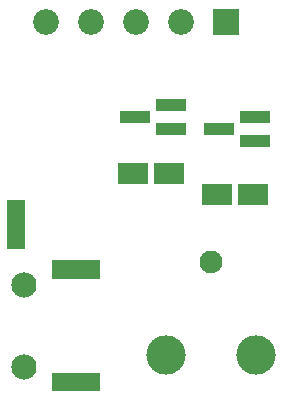
<source format=gbr>
G04 start of page 6 for group -4063 idx -4063 *
G04 Title: (unknown), componentmask *
G04 Creator: pcb 4.2.2 *
G04 CreationDate: Mon Nov  6 18:02:03 2023 UTC *
G04 For: thomasc *
G04 Format: Gerber/RS-274X *
G04 PCB-Dimensions (mil): 1125.00 1500.00 *
G04 PCB-Coordinate-Origin: lower left *
%MOIN*%
%FSLAX25Y25*%
%LNTOPMASK*%
%ADD38C,0.1310*%
%ADD37C,0.0760*%
%ADD36C,0.0840*%
%ADD35C,0.0001*%
%ADD34C,0.0860*%
G54D34*X57500Y127500D03*
X72500D03*
G54D35*G36*
X83200Y131800D02*Y123200D01*
X91800D01*
Y131800D01*
X83200D01*
G37*
G54D34*X42500Y127500D03*
X27500D03*
G54D36*X20000Y12500D03*
Y40000D03*
G54D37*X82500Y47500D03*
G54D38*X97500Y16500D03*
X67500D03*
G54D35*G36*
X20600Y68100D02*X14400D01*
Y51900D01*
X20600D01*
Y68100D01*
G37*
G36*
X29400Y10600D02*Y4400D01*
X45600D01*
Y10600D01*
X29400D01*
G37*
G36*
Y48100D02*Y41900D01*
X45600D01*
Y48100D01*
X29400D01*
G37*
G36*
X79500Y73500D02*Y66500D01*
X89500D01*
Y73500D01*
X79500D01*
G37*
G36*
X91500D02*Y66500D01*
X101500D01*
Y73500D01*
X91500D01*
G37*
G36*
X92000Y90000D02*Y86000D01*
X102000D01*
Y90000D01*
X92000D01*
G37*
G36*
Y98000D02*Y94000D01*
X102000D01*
Y98000D01*
X92000D01*
G37*
G36*
X80000Y94000D02*Y90000D01*
X90000D01*
Y94000D01*
X80000D01*
G37*
G36*
X51500Y80500D02*Y73500D01*
X61500D01*
Y80500D01*
X51500D01*
G37*
G36*
X63500D02*Y73500D01*
X73500D01*
Y80500D01*
X63500D01*
G37*
G36*
X64000Y94000D02*Y90000D01*
X74000D01*
Y94000D01*
X64000D01*
G37*
G36*
Y102000D02*Y98000D01*
X74000D01*
Y102000D01*
X64000D01*
G37*
G36*
X52000Y98000D02*Y94000D01*
X62000D01*
Y98000D01*
X52000D01*
G37*
M02*

</source>
